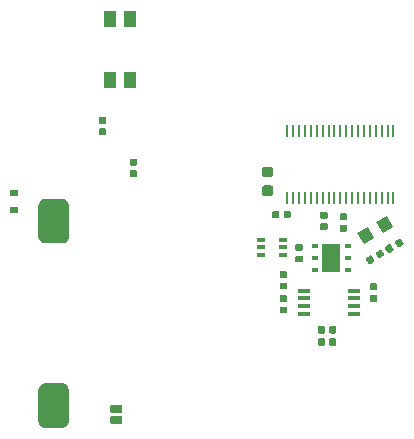
<source format=gbr>
%TF.GenerationSoftware,KiCad,Pcbnew,(5.1.5)-3*%
%TF.CreationDate,2021-08-29T15:34:29+01:00*%
%TF.ProjectId,HT07,48543037-2e6b-4696-9361-645f70636258,rev?*%
%TF.SameCoordinates,Original*%
%TF.FileFunction,Paste,Top*%
%TF.FilePolarity,Positive*%
%FSLAX46Y46*%
G04 Gerber Fmt 4.6, Leading zero omitted, Abs format (unit mm)*
G04 Created by KiCad (PCBNEW (5.1.5)-3) date 2021-08-29 15:34:29*
%MOMM*%
%LPD*%
G04 APERTURE LIST*
%ADD10R,0.600000X0.400000*%
%ADD11R,1.500000X2.400000*%
%ADD12C,0.100000*%
%ADD13R,1.000000X1.450000*%
%ADD14R,0.700000X0.600000*%
%ADD15R,0.650000X0.400000*%
%ADD16R,1.100000X0.400000*%
%ADD17R,0.285000X1.100000*%
G04 APERTURE END LIST*
D10*
X118843600Y-89773000D03*
X118843600Y-88773000D03*
X118843600Y-87773000D03*
X121643600Y-87773000D03*
X121643600Y-88773000D03*
X121643600Y-89773000D03*
D11*
X120243600Y-88773000D03*
D12*
G36*
X102375378Y-101205403D02*
G01*
X102393579Y-101208103D01*
X102411428Y-101212574D01*
X102428753Y-101218773D01*
X102445387Y-101226640D01*
X102461169Y-101236099D01*
X102475949Y-101247061D01*
X102489583Y-101259417D01*
X102501939Y-101273051D01*
X102512901Y-101287831D01*
X102522360Y-101303613D01*
X102530227Y-101320247D01*
X102536426Y-101337572D01*
X102540897Y-101355421D01*
X102543597Y-101373622D01*
X102544500Y-101392000D01*
X102544500Y-101767000D01*
X102543597Y-101785378D01*
X102540897Y-101803579D01*
X102536426Y-101821428D01*
X102530227Y-101838753D01*
X102522360Y-101855387D01*
X102512901Y-101871169D01*
X102501939Y-101885949D01*
X102489583Y-101899583D01*
X102475949Y-101911939D01*
X102461169Y-101922901D01*
X102445387Y-101932360D01*
X102428753Y-101940227D01*
X102411428Y-101946426D01*
X102393579Y-101950897D01*
X102375378Y-101953597D01*
X102357000Y-101954500D01*
X101732000Y-101954500D01*
X101713622Y-101953597D01*
X101695421Y-101950897D01*
X101677572Y-101946426D01*
X101660247Y-101940227D01*
X101643613Y-101932360D01*
X101627831Y-101922901D01*
X101613051Y-101911939D01*
X101599417Y-101899583D01*
X101587061Y-101885949D01*
X101576099Y-101871169D01*
X101566640Y-101855387D01*
X101558773Y-101838753D01*
X101552574Y-101821428D01*
X101548103Y-101803579D01*
X101545403Y-101785378D01*
X101544500Y-101767000D01*
X101544500Y-101392000D01*
X101545403Y-101373622D01*
X101548103Y-101355421D01*
X101552574Y-101337572D01*
X101558773Y-101320247D01*
X101566640Y-101303613D01*
X101576099Y-101287831D01*
X101587061Y-101273051D01*
X101599417Y-101259417D01*
X101613051Y-101247061D01*
X101627831Y-101236099D01*
X101643613Y-101226640D01*
X101660247Y-101218773D01*
X101677572Y-101212574D01*
X101695421Y-101208103D01*
X101713622Y-101205403D01*
X101732000Y-101204500D01*
X102357000Y-101204500D01*
X102375378Y-101205403D01*
G37*
G36*
X102375378Y-102135403D02*
G01*
X102393579Y-102138103D01*
X102411428Y-102142574D01*
X102428753Y-102148773D01*
X102445387Y-102156640D01*
X102461169Y-102166099D01*
X102475949Y-102177061D01*
X102489583Y-102189417D01*
X102501939Y-102203051D01*
X102512901Y-102217831D01*
X102522360Y-102233613D01*
X102530227Y-102250247D01*
X102536426Y-102267572D01*
X102540897Y-102285421D01*
X102543597Y-102303622D01*
X102544500Y-102322000D01*
X102544500Y-102697000D01*
X102543597Y-102715378D01*
X102540897Y-102733579D01*
X102536426Y-102751428D01*
X102530227Y-102768753D01*
X102522360Y-102785387D01*
X102512901Y-102801169D01*
X102501939Y-102815949D01*
X102489583Y-102829583D01*
X102475949Y-102841939D01*
X102461169Y-102852901D01*
X102445387Y-102862360D01*
X102428753Y-102870227D01*
X102411428Y-102876426D01*
X102393579Y-102880897D01*
X102375378Y-102883597D01*
X102357000Y-102884500D01*
X101732000Y-102884500D01*
X101713622Y-102883597D01*
X101695421Y-102880897D01*
X101677572Y-102876426D01*
X101660247Y-102870227D01*
X101643613Y-102862360D01*
X101627831Y-102852901D01*
X101613051Y-102841939D01*
X101599417Y-102829583D01*
X101587061Y-102815949D01*
X101576099Y-102801169D01*
X101566640Y-102785387D01*
X101558773Y-102768753D01*
X101552574Y-102751428D01*
X101548103Y-102733579D01*
X101545403Y-102715378D01*
X101544500Y-102697000D01*
X101544500Y-102322000D01*
X101545403Y-102303622D01*
X101548103Y-102285421D01*
X101552574Y-102267572D01*
X101558773Y-102250247D01*
X101566640Y-102233613D01*
X101576099Y-102217831D01*
X101587061Y-102203051D01*
X101599417Y-102189417D01*
X101613051Y-102177061D01*
X101627831Y-102166099D01*
X101643613Y-102156640D01*
X101660247Y-102148773D01*
X101677572Y-102142574D01*
X101695421Y-102138103D01*
X101713622Y-102135403D01*
X101732000Y-102134500D01*
X102357000Y-102134500D01*
X102375378Y-102135403D01*
G37*
D13*
X101512000Y-68545000D03*
X101512000Y-73695000D03*
X103212000Y-73695000D03*
X103212000Y-68545000D03*
D14*
X93400000Y-83300000D03*
X93400000Y-84700000D03*
D12*
G36*
X97471711Y-83765130D02*
G01*
X97534809Y-83774490D01*
X97596685Y-83789989D01*
X97656744Y-83811478D01*
X97714408Y-83838751D01*
X97769121Y-83871545D01*
X97820356Y-83909543D01*
X97867619Y-83952381D01*
X97910457Y-83999644D01*
X97948455Y-84050879D01*
X97981249Y-84105592D01*
X98008522Y-84163256D01*
X98030011Y-84223315D01*
X98045510Y-84285191D01*
X98054870Y-84348289D01*
X98058000Y-84412000D01*
X98058000Y-86912000D01*
X98054870Y-86975711D01*
X98045510Y-87038809D01*
X98030011Y-87100685D01*
X98008522Y-87160744D01*
X97981249Y-87218408D01*
X97948455Y-87273121D01*
X97910457Y-87324356D01*
X97867619Y-87371619D01*
X97820356Y-87414457D01*
X97769121Y-87452455D01*
X97714408Y-87485249D01*
X97656744Y-87512522D01*
X97596685Y-87534011D01*
X97534809Y-87549510D01*
X97471711Y-87558870D01*
X97408000Y-87562000D01*
X96108000Y-87562000D01*
X96044289Y-87558870D01*
X95981191Y-87549510D01*
X95919315Y-87534011D01*
X95859256Y-87512522D01*
X95801592Y-87485249D01*
X95746879Y-87452455D01*
X95695644Y-87414457D01*
X95648381Y-87371619D01*
X95605543Y-87324356D01*
X95567545Y-87273121D01*
X95534751Y-87218408D01*
X95507478Y-87160744D01*
X95485989Y-87100685D01*
X95470490Y-87038809D01*
X95461130Y-86975711D01*
X95458000Y-86912000D01*
X95458000Y-84412000D01*
X95461130Y-84348289D01*
X95470490Y-84285191D01*
X95485989Y-84223315D01*
X95507478Y-84163256D01*
X95534751Y-84105592D01*
X95567545Y-84050879D01*
X95605543Y-83999644D01*
X95648381Y-83952381D01*
X95695644Y-83909543D01*
X95746879Y-83871545D01*
X95801592Y-83838751D01*
X95859256Y-83811478D01*
X95919315Y-83789989D01*
X95981191Y-83774490D01*
X96044289Y-83765130D01*
X96108000Y-83762000D01*
X97408000Y-83762000D01*
X97471711Y-83765130D01*
G37*
G36*
X97471711Y-99385130D02*
G01*
X97534809Y-99394490D01*
X97596685Y-99409989D01*
X97656744Y-99431478D01*
X97714408Y-99458751D01*
X97769121Y-99491545D01*
X97820356Y-99529543D01*
X97867619Y-99572381D01*
X97910457Y-99619644D01*
X97948455Y-99670879D01*
X97981249Y-99725592D01*
X98008522Y-99783256D01*
X98030011Y-99843315D01*
X98045510Y-99905191D01*
X98054870Y-99968289D01*
X98058000Y-100032000D01*
X98058000Y-102532000D01*
X98054870Y-102595711D01*
X98045510Y-102658809D01*
X98030011Y-102720685D01*
X98008522Y-102780744D01*
X97981249Y-102838408D01*
X97948455Y-102893121D01*
X97910457Y-102944356D01*
X97867619Y-102991619D01*
X97820356Y-103034457D01*
X97769121Y-103072455D01*
X97714408Y-103105249D01*
X97656744Y-103132522D01*
X97596685Y-103154011D01*
X97534809Y-103169510D01*
X97471711Y-103178870D01*
X97408000Y-103182000D01*
X96108000Y-103182000D01*
X96044289Y-103178870D01*
X95981191Y-103169510D01*
X95919315Y-103154011D01*
X95859256Y-103132522D01*
X95801592Y-103105249D01*
X95746879Y-103072455D01*
X95695644Y-103034457D01*
X95648381Y-102991619D01*
X95605543Y-102944356D01*
X95567545Y-102893121D01*
X95534751Y-102838408D01*
X95507478Y-102780744D01*
X95485989Y-102720685D01*
X95470490Y-102658809D01*
X95461130Y-102595711D01*
X95458000Y-102532000D01*
X95458000Y-100032000D01*
X95461130Y-99968289D01*
X95470490Y-99905191D01*
X95485989Y-99843315D01*
X95507478Y-99783256D01*
X95534751Y-99725592D01*
X95567545Y-99670879D01*
X95605543Y-99619644D01*
X95648381Y-99572381D01*
X95695644Y-99529543D01*
X95746879Y-99491545D01*
X95801592Y-99458751D01*
X95859256Y-99431478D01*
X95919315Y-99409989D01*
X95981191Y-99394490D01*
X96044289Y-99385130D01*
X96108000Y-99382000D01*
X97408000Y-99382000D01*
X97471711Y-99385130D01*
G37*
G36*
X115149191Y-82651053D02*
G01*
X115170426Y-82654203D01*
X115191250Y-82659419D01*
X115211462Y-82666651D01*
X115230868Y-82675830D01*
X115249281Y-82686866D01*
X115266524Y-82699654D01*
X115282430Y-82714070D01*
X115296846Y-82729976D01*
X115309634Y-82747219D01*
X115320670Y-82765632D01*
X115329849Y-82785038D01*
X115337081Y-82805250D01*
X115342297Y-82826074D01*
X115345447Y-82847309D01*
X115346500Y-82868750D01*
X115346500Y-83306250D01*
X115345447Y-83327691D01*
X115342297Y-83348926D01*
X115337081Y-83369750D01*
X115329849Y-83389962D01*
X115320670Y-83409368D01*
X115309634Y-83427781D01*
X115296846Y-83445024D01*
X115282430Y-83460930D01*
X115266524Y-83475346D01*
X115249281Y-83488134D01*
X115230868Y-83499170D01*
X115211462Y-83508349D01*
X115191250Y-83515581D01*
X115170426Y-83520797D01*
X115149191Y-83523947D01*
X115127750Y-83525000D01*
X114615250Y-83525000D01*
X114593809Y-83523947D01*
X114572574Y-83520797D01*
X114551750Y-83515581D01*
X114531538Y-83508349D01*
X114512132Y-83499170D01*
X114493719Y-83488134D01*
X114476476Y-83475346D01*
X114460570Y-83460930D01*
X114446154Y-83445024D01*
X114433366Y-83427781D01*
X114422330Y-83409368D01*
X114413151Y-83389962D01*
X114405919Y-83369750D01*
X114400703Y-83348926D01*
X114397553Y-83327691D01*
X114396500Y-83306250D01*
X114396500Y-82868750D01*
X114397553Y-82847309D01*
X114400703Y-82826074D01*
X114405919Y-82805250D01*
X114413151Y-82785038D01*
X114422330Y-82765632D01*
X114433366Y-82747219D01*
X114446154Y-82729976D01*
X114460570Y-82714070D01*
X114476476Y-82699654D01*
X114493719Y-82686866D01*
X114512132Y-82675830D01*
X114531538Y-82666651D01*
X114551750Y-82659419D01*
X114572574Y-82654203D01*
X114593809Y-82651053D01*
X114615250Y-82650000D01*
X115127750Y-82650000D01*
X115149191Y-82651053D01*
G37*
G36*
X115149191Y-81076053D02*
G01*
X115170426Y-81079203D01*
X115191250Y-81084419D01*
X115211462Y-81091651D01*
X115230868Y-81100830D01*
X115249281Y-81111866D01*
X115266524Y-81124654D01*
X115282430Y-81139070D01*
X115296846Y-81154976D01*
X115309634Y-81172219D01*
X115320670Y-81190632D01*
X115329849Y-81210038D01*
X115337081Y-81230250D01*
X115342297Y-81251074D01*
X115345447Y-81272309D01*
X115346500Y-81293750D01*
X115346500Y-81731250D01*
X115345447Y-81752691D01*
X115342297Y-81773926D01*
X115337081Y-81794750D01*
X115329849Y-81814962D01*
X115320670Y-81834368D01*
X115309634Y-81852781D01*
X115296846Y-81870024D01*
X115282430Y-81885930D01*
X115266524Y-81900346D01*
X115249281Y-81913134D01*
X115230868Y-81924170D01*
X115211462Y-81933349D01*
X115191250Y-81940581D01*
X115170426Y-81945797D01*
X115149191Y-81948947D01*
X115127750Y-81950000D01*
X114615250Y-81950000D01*
X114593809Y-81948947D01*
X114572574Y-81945797D01*
X114551750Y-81940581D01*
X114531538Y-81933349D01*
X114512132Y-81924170D01*
X114493719Y-81913134D01*
X114476476Y-81900346D01*
X114460570Y-81885930D01*
X114446154Y-81870024D01*
X114433366Y-81852781D01*
X114422330Y-81834368D01*
X114413151Y-81814962D01*
X114405919Y-81794750D01*
X114400703Y-81773926D01*
X114397553Y-81752691D01*
X114396500Y-81731250D01*
X114396500Y-81293750D01*
X114397553Y-81272309D01*
X114400703Y-81251074D01*
X114405919Y-81230250D01*
X114413151Y-81210038D01*
X114422330Y-81190632D01*
X114433366Y-81172219D01*
X114446154Y-81154976D01*
X114460570Y-81139070D01*
X114476476Y-81124654D01*
X114493719Y-81111866D01*
X114512132Y-81100830D01*
X114531538Y-81091651D01*
X114551750Y-81084419D01*
X114572574Y-81079203D01*
X114593809Y-81076053D01*
X114615250Y-81075000D01*
X115127750Y-81075000D01*
X115149191Y-81076053D01*
G37*
D15*
X114300000Y-88534000D03*
X114300000Y-87234000D03*
X116200000Y-87884000D03*
X114300000Y-87884000D03*
X116200000Y-87234000D03*
X116200000Y-88534000D03*
D16*
X117915800Y-93517000D03*
X117915800Y-92867000D03*
X117915800Y-92217000D03*
X117915800Y-91567000D03*
X122215800Y-91567000D03*
X122215800Y-92217000D03*
X122215800Y-92867000D03*
X122215800Y-93517000D03*
D12*
G36*
X116391958Y-89898710D02*
G01*
X116406276Y-89900834D01*
X116420317Y-89904351D01*
X116433946Y-89909228D01*
X116447031Y-89915417D01*
X116459447Y-89922858D01*
X116471073Y-89931481D01*
X116481798Y-89941202D01*
X116491519Y-89951927D01*
X116500142Y-89963553D01*
X116507583Y-89975969D01*
X116513772Y-89989054D01*
X116518649Y-90002683D01*
X116522166Y-90016724D01*
X116524290Y-90031042D01*
X116525000Y-90045500D01*
X116525000Y-90340500D01*
X116524290Y-90354958D01*
X116522166Y-90369276D01*
X116518649Y-90383317D01*
X116513772Y-90396946D01*
X116507583Y-90410031D01*
X116500142Y-90422447D01*
X116491519Y-90434073D01*
X116481798Y-90444798D01*
X116471073Y-90454519D01*
X116459447Y-90463142D01*
X116447031Y-90470583D01*
X116433946Y-90476772D01*
X116420317Y-90481649D01*
X116406276Y-90485166D01*
X116391958Y-90487290D01*
X116377500Y-90488000D01*
X116032500Y-90488000D01*
X116018042Y-90487290D01*
X116003724Y-90485166D01*
X115989683Y-90481649D01*
X115976054Y-90476772D01*
X115962969Y-90470583D01*
X115950553Y-90463142D01*
X115938927Y-90454519D01*
X115928202Y-90444798D01*
X115918481Y-90434073D01*
X115909858Y-90422447D01*
X115902417Y-90410031D01*
X115896228Y-90396946D01*
X115891351Y-90383317D01*
X115887834Y-90369276D01*
X115885710Y-90354958D01*
X115885000Y-90340500D01*
X115885000Y-90045500D01*
X115885710Y-90031042D01*
X115887834Y-90016724D01*
X115891351Y-90002683D01*
X115896228Y-89989054D01*
X115902417Y-89975969D01*
X115909858Y-89963553D01*
X115918481Y-89951927D01*
X115928202Y-89941202D01*
X115938927Y-89931481D01*
X115950553Y-89922858D01*
X115962969Y-89915417D01*
X115976054Y-89909228D01*
X115989683Y-89904351D01*
X116003724Y-89900834D01*
X116018042Y-89898710D01*
X116032500Y-89898000D01*
X116377500Y-89898000D01*
X116391958Y-89898710D01*
G37*
G36*
X116391958Y-90868710D02*
G01*
X116406276Y-90870834D01*
X116420317Y-90874351D01*
X116433946Y-90879228D01*
X116447031Y-90885417D01*
X116459447Y-90892858D01*
X116471073Y-90901481D01*
X116481798Y-90911202D01*
X116491519Y-90921927D01*
X116500142Y-90933553D01*
X116507583Y-90945969D01*
X116513772Y-90959054D01*
X116518649Y-90972683D01*
X116522166Y-90986724D01*
X116524290Y-91001042D01*
X116525000Y-91015500D01*
X116525000Y-91310500D01*
X116524290Y-91324958D01*
X116522166Y-91339276D01*
X116518649Y-91353317D01*
X116513772Y-91366946D01*
X116507583Y-91380031D01*
X116500142Y-91392447D01*
X116491519Y-91404073D01*
X116481798Y-91414798D01*
X116471073Y-91424519D01*
X116459447Y-91433142D01*
X116447031Y-91440583D01*
X116433946Y-91446772D01*
X116420317Y-91451649D01*
X116406276Y-91455166D01*
X116391958Y-91457290D01*
X116377500Y-91458000D01*
X116032500Y-91458000D01*
X116018042Y-91457290D01*
X116003724Y-91455166D01*
X115989683Y-91451649D01*
X115976054Y-91446772D01*
X115962969Y-91440583D01*
X115950553Y-91433142D01*
X115938927Y-91424519D01*
X115928202Y-91414798D01*
X115918481Y-91404073D01*
X115909858Y-91392447D01*
X115902417Y-91380031D01*
X115896228Y-91366946D01*
X115891351Y-91353317D01*
X115887834Y-91339276D01*
X115885710Y-91324958D01*
X115885000Y-91310500D01*
X115885000Y-91015500D01*
X115885710Y-91001042D01*
X115887834Y-90986724D01*
X115891351Y-90972683D01*
X115896228Y-90959054D01*
X115902417Y-90945969D01*
X115909858Y-90933553D01*
X115918481Y-90921927D01*
X115928202Y-90911202D01*
X115938927Y-90901481D01*
X115950553Y-90892858D01*
X115962969Y-90885417D01*
X115976054Y-90879228D01*
X115989683Y-90874351D01*
X116003724Y-90870834D01*
X116018042Y-90868710D01*
X116032500Y-90868000D01*
X116377500Y-90868000D01*
X116391958Y-90868710D01*
G37*
G36*
X124024658Y-90952810D02*
G01*
X124038976Y-90954934D01*
X124053017Y-90958451D01*
X124066646Y-90963328D01*
X124079731Y-90969517D01*
X124092147Y-90976958D01*
X124103773Y-90985581D01*
X124114498Y-90995302D01*
X124124219Y-91006027D01*
X124132842Y-91017653D01*
X124140283Y-91030069D01*
X124146472Y-91043154D01*
X124151349Y-91056783D01*
X124154866Y-91070824D01*
X124156990Y-91085142D01*
X124157700Y-91099600D01*
X124157700Y-91394600D01*
X124156990Y-91409058D01*
X124154866Y-91423376D01*
X124151349Y-91437417D01*
X124146472Y-91451046D01*
X124140283Y-91464131D01*
X124132842Y-91476547D01*
X124124219Y-91488173D01*
X124114498Y-91498898D01*
X124103773Y-91508619D01*
X124092147Y-91517242D01*
X124079731Y-91524683D01*
X124066646Y-91530872D01*
X124053017Y-91535749D01*
X124038976Y-91539266D01*
X124024658Y-91541390D01*
X124010200Y-91542100D01*
X123665200Y-91542100D01*
X123650742Y-91541390D01*
X123636424Y-91539266D01*
X123622383Y-91535749D01*
X123608754Y-91530872D01*
X123595669Y-91524683D01*
X123583253Y-91517242D01*
X123571627Y-91508619D01*
X123560902Y-91498898D01*
X123551181Y-91488173D01*
X123542558Y-91476547D01*
X123535117Y-91464131D01*
X123528928Y-91451046D01*
X123524051Y-91437417D01*
X123520534Y-91423376D01*
X123518410Y-91409058D01*
X123517700Y-91394600D01*
X123517700Y-91099600D01*
X123518410Y-91085142D01*
X123520534Y-91070824D01*
X123524051Y-91056783D01*
X123528928Y-91043154D01*
X123535117Y-91030069D01*
X123542558Y-91017653D01*
X123551181Y-91006027D01*
X123560902Y-90995302D01*
X123571627Y-90985581D01*
X123583253Y-90976958D01*
X123595669Y-90969517D01*
X123608754Y-90963328D01*
X123622383Y-90958451D01*
X123636424Y-90954934D01*
X123650742Y-90952810D01*
X123665200Y-90952100D01*
X124010200Y-90952100D01*
X124024658Y-90952810D01*
G37*
G36*
X124024658Y-91922810D02*
G01*
X124038976Y-91924934D01*
X124053017Y-91928451D01*
X124066646Y-91933328D01*
X124079731Y-91939517D01*
X124092147Y-91946958D01*
X124103773Y-91955581D01*
X124114498Y-91965302D01*
X124124219Y-91976027D01*
X124132842Y-91987653D01*
X124140283Y-92000069D01*
X124146472Y-92013154D01*
X124151349Y-92026783D01*
X124154866Y-92040824D01*
X124156990Y-92055142D01*
X124157700Y-92069600D01*
X124157700Y-92364600D01*
X124156990Y-92379058D01*
X124154866Y-92393376D01*
X124151349Y-92407417D01*
X124146472Y-92421046D01*
X124140283Y-92434131D01*
X124132842Y-92446547D01*
X124124219Y-92458173D01*
X124114498Y-92468898D01*
X124103773Y-92478619D01*
X124092147Y-92487242D01*
X124079731Y-92494683D01*
X124066646Y-92500872D01*
X124053017Y-92505749D01*
X124038976Y-92509266D01*
X124024658Y-92511390D01*
X124010200Y-92512100D01*
X123665200Y-92512100D01*
X123650742Y-92511390D01*
X123636424Y-92509266D01*
X123622383Y-92505749D01*
X123608754Y-92500872D01*
X123595669Y-92494683D01*
X123583253Y-92487242D01*
X123571627Y-92478619D01*
X123560902Y-92468898D01*
X123551181Y-92458173D01*
X123542558Y-92446547D01*
X123535117Y-92434131D01*
X123528928Y-92421046D01*
X123524051Y-92407417D01*
X123520534Y-92393376D01*
X123518410Y-92379058D01*
X123517700Y-92364600D01*
X123517700Y-92069600D01*
X123518410Y-92055142D01*
X123520534Y-92040824D01*
X123524051Y-92026783D01*
X123528928Y-92013154D01*
X123535117Y-92000069D01*
X123542558Y-91987653D01*
X123551181Y-91976027D01*
X123560902Y-91965302D01*
X123571627Y-91955581D01*
X123583253Y-91946958D01*
X123595669Y-91939517D01*
X123608754Y-91933328D01*
X123622383Y-91928451D01*
X123636424Y-91924934D01*
X123650742Y-91922810D01*
X123665200Y-91922100D01*
X124010200Y-91922100D01*
X124024658Y-91922810D01*
G37*
G36*
X115716858Y-84808810D02*
G01*
X115731176Y-84810934D01*
X115745217Y-84814451D01*
X115758846Y-84819328D01*
X115771931Y-84825517D01*
X115784347Y-84832958D01*
X115795973Y-84841581D01*
X115806698Y-84851302D01*
X115816419Y-84862027D01*
X115825042Y-84873653D01*
X115832483Y-84886069D01*
X115838672Y-84899154D01*
X115843549Y-84912783D01*
X115847066Y-84926824D01*
X115849190Y-84941142D01*
X115849900Y-84955600D01*
X115849900Y-85300600D01*
X115849190Y-85315058D01*
X115847066Y-85329376D01*
X115843549Y-85343417D01*
X115838672Y-85357046D01*
X115832483Y-85370131D01*
X115825042Y-85382547D01*
X115816419Y-85394173D01*
X115806698Y-85404898D01*
X115795973Y-85414619D01*
X115784347Y-85423242D01*
X115771931Y-85430683D01*
X115758846Y-85436872D01*
X115745217Y-85441749D01*
X115731176Y-85445266D01*
X115716858Y-85447390D01*
X115702400Y-85448100D01*
X115407400Y-85448100D01*
X115392942Y-85447390D01*
X115378624Y-85445266D01*
X115364583Y-85441749D01*
X115350954Y-85436872D01*
X115337869Y-85430683D01*
X115325453Y-85423242D01*
X115313827Y-85414619D01*
X115303102Y-85404898D01*
X115293381Y-85394173D01*
X115284758Y-85382547D01*
X115277317Y-85370131D01*
X115271128Y-85357046D01*
X115266251Y-85343417D01*
X115262734Y-85329376D01*
X115260610Y-85315058D01*
X115259900Y-85300600D01*
X115259900Y-84955600D01*
X115260610Y-84941142D01*
X115262734Y-84926824D01*
X115266251Y-84912783D01*
X115271128Y-84899154D01*
X115277317Y-84886069D01*
X115284758Y-84873653D01*
X115293381Y-84862027D01*
X115303102Y-84851302D01*
X115313827Y-84841581D01*
X115325453Y-84832958D01*
X115337869Y-84825517D01*
X115350954Y-84819328D01*
X115364583Y-84814451D01*
X115378624Y-84810934D01*
X115392942Y-84808810D01*
X115407400Y-84808100D01*
X115702400Y-84808100D01*
X115716858Y-84808810D01*
G37*
G36*
X116686858Y-84808810D02*
G01*
X116701176Y-84810934D01*
X116715217Y-84814451D01*
X116728846Y-84819328D01*
X116741931Y-84825517D01*
X116754347Y-84832958D01*
X116765973Y-84841581D01*
X116776698Y-84851302D01*
X116786419Y-84862027D01*
X116795042Y-84873653D01*
X116802483Y-84886069D01*
X116808672Y-84899154D01*
X116813549Y-84912783D01*
X116817066Y-84926824D01*
X116819190Y-84941142D01*
X116819900Y-84955600D01*
X116819900Y-85300600D01*
X116819190Y-85315058D01*
X116817066Y-85329376D01*
X116813549Y-85343417D01*
X116808672Y-85357046D01*
X116802483Y-85370131D01*
X116795042Y-85382547D01*
X116786419Y-85394173D01*
X116776698Y-85404898D01*
X116765973Y-85414619D01*
X116754347Y-85423242D01*
X116741931Y-85430683D01*
X116728846Y-85436872D01*
X116715217Y-85441749D01*
X116701176Y-85445266D01*
X116686858Y-85447390D01*
X116672400Y-85448100D01*
X116377400Y-85448100D01*
X116362942Y-85447390D01*
X116348624Y-85445266D01*
X116334583Y-85441749D01*
X116320954Y-85436872D01*
X116307869Y-85430683D01*
X116295453Y-85423242D01*
X116283827Y-85414619D01*
X116273102Y-85404898D01*
X116263381Y-85394173D01*
X116254758Y-85382547D01*
X116247317Y-85370131D01*
X116241128Y-85357046D01*
X116236251Y-85343417D01*
X116232734Y-85329376D01*
X116230610Y-85315058D01*
X116229900Y-85300600D01*
X116229900Y-84955600D01*
X116230610Y-84941142D01*
X116232734Y-84926824D01*
X116236251Y-84912783D01*
X116241128Y-84899154D01*
X116247317Y-84886069D01*
X116254758Y-84873653D01*
X116263381Y-84862027D01*
X116273102Y-84851302D01*
X116283827Y-84841581D01*
X116295453Y-84832958D01*
X116307869Y-84825517D01*
X116320954Y-84819328D01*
X116334583Y-84814451D01*
X116348624Y-84810934D01*
X116362942Y-84808810D01*
X116377400Y-84808100D01*
X116672400Y-84808100D01*
X116686858Y-84808810D01*
G37*
G36*
X103691958Y-80373710D02*
G01*
X103706276Y-80375834D01*
X103720317Y-80379351D01*
X103733946Y-80384228D01*
X103747031Y-80390417D01*
X103759447Y-80397858D01*
X103771073Y-80406481D01*
X103781798Y-80416202D01*
X103791519Y-80426927D01*
X103800142Y-80438553D01*
X103807583Y-80450969D01*
X103813772Y-80464054D01*
X103818649Y-80477683D01*
X103822166Y-80491724D01*
X103824290Y-80506042D01*
X103825000Y-80520500D01*
X103825000Y-80815500D01*
X103824290Y-80829958D01*
X103822166Y-80844276D01*
X103818649Y-80858317D01*
X103813772Y-80871946D01*
X103807583Y-80885031D01*
X103800142Y-80897447D01*
X103791519Y-80909073D01*
X103781798Y-80919798D01*
X103771073Y-80929519D01*
X103759447Y-80938142D01*
X103747031Y-80945583D01*
X103733946Y-80951772D01*
X103720317Y-80956649D01*
X103706276Y-80960166D01*
X103691958Y-80962290D01*
X103677500Y-80963000D01*
X103332500Y-80963000D01*
X103318042Y-80962290D01*
X103303724Y-80960166D01*
X103289683Y-80956649D01*
X103276054Y-80951772D01*
X103262969Y-80945583D01*
X103250553Y-80938142D01*
X103238927Y-80929519D01*
X103228202Y-80919798D01*
X103218481Y-80909073D01*
X103209858Y-80897447D01*
X103202417Y-80885031D01*
X103196228Y-80871946D01*
X103191351Y-80858317D01*
X103187834Y-80844276D01*
X103185710Y-80829958D01*
X103185000Y-80815500D01*
X103185000Y-80520500D01*
X103185710Y-80506042D01*
X103187834Y-80491724D01*
X103191351Y-80477683D01*
X103196228Y-80464054D01*
X103202417Y-80450969D01*
X103209858Y-80438553D01*
X103218481Y-80426927D01*
X103228202Y-80416202D01*
X103238927Y-80406481D01*
X103250553Y-80397858D01*
X103262969Y-80390417D01*
X103276054Y-80384228D01*
X103289683Y-80379351D01*
X103303724Y-80375834D01*
X103318042Y-80373710D01*
X103332500Y-80373000D01*
X103677500Y-80373000D01*
X103691958Y-80373710D01*
G37*
G36*
X103691958Y-81343710D02*
G01*
X103706276Y-81345834D01*
X103720317Y-81349351D01*
X103733946Y-81354228D01*
X103747031Y-81360417D01*
X103759447Y-81367858D01*
X103771073Y-81376481D01*
X103781798Y-81386202D01*
X103791519Y-81396927D01*
X103800142Y-81408553D01*
X103807583Y-81420969D01*
X103813772Y-81434054D01*
X103818649Y-81447683D01*
X103822166Y-81461724D01*
X103824290Y-81476042D01*
X103825000Y-81490500D01*
X103825000Y-81785500D01*
X103824290Y-81799958D01*
X103822166Y-81814276D01*
X103818649Y-81828317D01*
X103813772Y-81841946D01*
X103807583Y-81855031D01*
X103800142Y-81867447D01*
X103791519Y-81879073D01*
X103781798Y-81889798D01*
X103771073Y-81899519D01*
X103759447Y-81908142D01*
X103747031Y-81915583D01*
X103733946Y-81921772D01*
X103720317Y-81926649D01*
X103706276Y-81930166D01*
X103691958Y-81932290D01*
X103677500Y-81933000D01*
X103332500Y-81933000D01*
X103318042Y-81932290D01*
X103303724Y-81930166D01*
X103289683Y-81926649D01*
X103276054Y-81921772D01*
X103262969Y-81915583D01*
X103250553Y-81908142D01*
X103238927Y-81899519D01*
X103228202Y-81889798D01*
X103218481Y-81879073D01*
X103209858Y-81867447D01*
X103202417Y-81855031D01*
X103196228Y-81841946D01*
X103191351Y-81828317D01*
X103187834Y-81814276D01*
X103185710Y-81799958D01*
X103185000Y-81785500D01*
X103185000Y-81490500D01*
X103185710Y-81476042D01*
X103187834Y-81461724D01*
X103191351Y-81447683D01*
X103196228Y-81434054D01*
X103202417Y-81420969D01*
X103209858Y-81408553D01*
X103218481Y-81396927D01*
X103228202Y-81386202D01*
X103238927Y-81376481D01*
X103250553Y-81367858D01*
X103262969Y-81360417D01*
X103276054Y-81354228D01*
X103289683Y-81349351D01*
X103303724Y-81345834D01*
X103318042Y-81343710D01*
X103332500Y-81343000D01*
X103677500Y-81343000D01*
X103691958Y-81343710D01*
G37*
G36*
X101088458Y-77813110D02*
G01*
X101102776Y-77815234D01*
X101116817Y-77818751D01*
X101130446Y-77823628D01*
X101143531Y-77829817D01*
X101155947Y-77837258D01*
X101167573Y-77845881D01*
X101178298Y-77855602D01*
X101188019Y-77866327D01*
X101196642Y-77877953D01*
X101204083Y-77890369D01*
X101210272Y-77903454D01*
X101215149Y-77917083D01*
X101218666Y-77931124D01*
X101220790Y-77945442D01*
X101221500Y-77959900D01*
X101221500Y-78254900D01*
X101220790Y-78269358D01*
X101218666Y-78283676D01*
X101215149Y-78297717D01*
X101210272Y-78311346D01*
X101204083Y-78324431D01*
X101196642Y-78336847D01*
X101188019Y-78348473D01*
X101178298Y-78359198D01*
X101167573Y-78368919D01*
X101155947Y-78377542D01*
X101143531Y-78384983D01*
X101130446Y-78391172D01*
X101116817Y-78396049D01*
X101102776Y-78399566D01*
X101088458Y-78401690D01*
X101074000Y-78402400D01*
X100729000Y-78402400D01*
X100714542Y-78401690D01*
X100700224Y-78399566D01*
X100686183Y-78396049D01*
X100672554Y-78391172D01*
X100659469Y-78384983D01*
X100647053Y-78377542D01*
X100635427Y-78368919D01*
X100624702Y-78359198D01*
X100614981Y-78348473D01*
X100606358Y-78336847D01*
X100598917Y-78324431D01*
X100592728Y-78311346D01*
X100587851Y-78297717D01*
X100584334Y-78283676D01*
X100582210Y-78269358D01*
X100581500Y-78254900D01*
X100581500Y-77959900D01*
X100582210Y-77945442D01*
X100584334Y-77931124D01*
X100587851Y-77917083D01*
X100592728Y-77903454D01*
X100598917Y-77890369D01*
X100606358Y-77877953D01*
X100614981Y-77866327D01*
X100624702Y-77855602D01*
X100635427Y-77845881D01*
X100647053Y-77837258D01*
X100659469Y-77829817D01*
X100672554Y-77823628D01*
X100686183Y-77818751D01*
X100700224Y-77815234D01*
X100714542Y-77813110D01*
X100729000Y-77812400D01*
X101074000Y-77812400D01*
X101088458Y-77813110D01*
G37*
G36*
X101088458Y-76843110D02*
G01*
X101102776Y-76845234D01*
X101116817Y-76848751D01*
X101130446Y-76853628D01*
X101143531Y-76859817D01*
X101155947Y-76867258D01*
X101167573Y-76875881D01*
X101178298Y-76885602D01*
X101188019Y-76896327D01*
X101196642Y-76907953D01*
X101204083Y-76920369D01*
X101210272Y-76933454D01*
X101215149Y-76947083D01*
X101218666Y-76961124D01*
X101220790Y-76975442D01*
X101221500Y-76989900D01*
X101221500Y-77284900D01*
X101220790Y-77299358D01*
X101218666Y-77313676D01*
X101215149Y-77327717D01*
X101210272Y-77341346D01*
X101204083Y-77354431D01*
X101196642Y-77366847D01*
X101188019Y-77378473D01*
X101178298Y-77389198D01*
X101167573Y-77398919D01*
X101155947Y-77407542D01*
X101143531Y-77414983D01*
X101130446Y-77421172D01*
X101116817Y-77426049D01*
X101102776Y-77429566D01*
X101088458Y-77431690D01*
X101074000Y-77432400D01*
X100729000Y-77432400D01*
X100714542Y-77431690D01*
X100700224Y-77429566D01*
X100686183Y-77426049D01*
X100672554Y-77421172D01*
X100659469Y-77414983D01*
X100647053Y-77407542D01*
X100635427Y-77398919D01*
X100624702Y-77389198D01*
X100614981Y-77378473D01*
X100606358Y-77366847D01*
X100598917Y-77354431D01*
X100592728Y-77341346D01*
X100587851Y-77327717D01*
X100584334Y-77313676D01*
X100582210Y-77299358D01*
X100581500Y-77284900D01*
X100581500Y-76989900D01*
X100582210Y-76975442D01*
X100584334Y-76961124D01*
X100587851Y-76947083D01*
X100592728Y-76933454D01*
X100598917Y-76920369D01*
X100606358Y-76907953D01*
X100614981Y-76896327D01*
X100624702Y-76885602D01*
X100635427Y-76875881D01*
X100647053Y-76867258D01*
X100659469Y-76859817D01*
X100672554Y-76853628D01*
X100686183Y-76848751D01*
X100700224Y-76845234D01*
X100714542Y-76843110D01*
X100729000Y-76842400D01*
X101074000Y-76842400D01*
X101088458Y-76843110D01*
G37*
G36*
X119820958Y-84872050D02*
G01*
X119835276Y-84874174D01*
X119849317Y-84877691D01*
X119862946Y-84882568D01*
X119876031Y-84888757D01*
X119888447Y-84896198D01*
X119900073Y-84904821D01*
X119910798Y-84914542D01*
X119920519Y-84925267D01*
X119929142Y-84936893D01*
X119936583Y-84949309D01*
X119942772Y-84962394D01*
X119947649Y-84976023D01*
X119951166Y-84990064D01*
X119953290Y-85004382D01*
X119954000Y-85018840D01*
X119954000Y-85313840D01*
X119953290Y-85328298D01*
X119951166Y-85342616D01*
X119947649Y-85356657D01*
X119942772Y-85370286D01*
X119936583Y-85383371D01*
X119929142Y-85395787D01*
X119920519Y-85407413D01*
X119910798Y-85418138D01*
X119900073Y-85427859D01*
X119888447Y-85436482D01*
X119876031Y-85443923D01*
X119862946Y-85450112D01*
X119849317Y-85454989D01*
X119835276Y-85458506D01*
X119820958Y-85460630D01*
X119806500Y-85461340D01*
X119461500Y-85461340D01*
X119447042Y-85460630D01*
X119432724Y-85458506D01*
X119418683Y-85454989D01*
X119405054Y-85450112D01*
X119391969Y-85443923D01*
X119379553Y-85436482D01*
X119367927Y-85427859D01*
X119357202Y-85418138D01*
X119347481Y-85407413D01*
X119338858Y-85395787D01*
X119331417Y-85383371D01*
X119325228Y-85370286D01*
X119320351Y-85356657D01*
X119316834Y-85342616D01*
X119314710Y-85328298D01*
X119314000Y-85313840D01*
X119314000Y-85018840D01*
X119314710Y-85004382D01*
X119316834Y-84990064D01*
X119320351Y-84976023D01*
X119325228Y-84962394D01*
X119331417Y-84949309D01*
X119338858Y-84936893D01*
X119347481Y-84925267D01*
X119357202Y-84914542D01*
X119367927Y-84904821D01*
X119379553Y-84896198D01*
X119391969Y-84888757D01*
X119405054Y-84882568D01*
X119418683Y-84877691D01*
X119432724Y-84874174D01*
X119447042Y-84872050D01*
X119461500Y-84871340D01*
X119806500Y-84871340D01*
X119820958Y-84872050D01*
G37*
G36*
X119820958Y-85842050D02*
G01*
X119835276Y-85844174D01*
X119849317Y-85847691D01*
X119862946Y-85852568D01*
X119876031Y-85858757D01*
X119888447Y-85866198D01*
X119900073Y-85874821D01*
X119910798Y-85884542D01*
X119920519Y-85895267D01*
X119929142Y-85906893D01*
X119936583Y-85919309D01*
X119942772Y-85932394D01*
X119947649Y-85946023D01*
X119951166Y-85960064D01*
X119953290Y-85974382D01*
X119954000Y-85988840D01*
X119954000Y-86283840D01*
X119953290Y-86298298D01*
X119951166Y-86312616D01*
X119947649Y-86326657D01*
X119942772Y-86340286D01*
X119936583Y-86353371D01*
X119929142Y-86365787D01*
X119920519Y-86377413D01*
X119910798Y-86388138D01*
X119900073Y-86397859D01*
X119888447Y-86406482D01*
X119876031Y-86413923D01*
X119862946Y-86420112D01*
X119849317Y-86424989D01*
X119835276Y-86428506D01*
X119820958Y-86430630D01*
X119806500Y-86431340D01*
X119461500Y-86431340D01*
X119447042Y-86430630D01*
X119432724Y-86428506D01*
X119418683Y-86424989D01*
X119405054Y-86420112D01*
X119391969Y-86413923D01*
X119379553Y-86406482D01*
X119367927Y-86397859D01*
X119357202Y-86388138D01*
X119347481Y-86377413D01*
X119338858Y-86365787D01*
X119331417Y-86353371D01*
X119325228Y-86340286D01*
X119320351Y-86326657D01*
X119316834Y-86312616D01*
X119314710Y-86298298D01*
X119314000Y-86283840D01*
X119314000Y-85988840D01*
X119314710Y-85974382D01*
X119316834Y-85960064D01*
X119320351Y-85946023D01*
X119325228Y-85932394D01*
X119331417Y-85919309D01*
X119338858Y-85906893D01*
X119347481Y-85895267D01*
X119357202Y-85884542D01*
X119367927Y-85874821D01*
X119379553Y-85866198D01*
X119391969Y-85858757D01*
X119405054Y-85852568D01*
X119418683Y-85847691D01*
X119432724Y-85844174D01*
X119447042Y-85842050D01*
X119461500Y-85841340D01*
X119806500Y-85841340D01*
X119820958Y-85842050D01*
G37*
G36*
X121471958Y-85009210D02*
G01*
X121486276Y-85011334D01*
X121500317Y-85014851D01*
X121513946Y-85019728D01*
X121527031Y-85025917D01*
X121539447Y-85033358D01*
X121551073Y-85041981D01*
X121561798Y-85051702D01*
X121571519Y-85062427D01*
X121580142Y-85074053D01*
X121587583Y-85086469D01*
X121593772Y-85099554D01*
X121598649Y-85113183D01*
X121602166Y-85127224D01*
X121604290Y-85141542D01*
X121605000Y-85156000D01*
X121605000Y-85451000D01*
X121604290Y-85465458D01*
X121602166Y-85479776D01*
X121598649Y-85493817D01*
X121593772Y-85507446D01*
X121587583Y-85520531D01*
X121580142Y-85532947D01*
X121571519Y-85544573D01*
X121561798Y-85555298D01*
X121551073Y-85565019D01*
X121539447Y-85573642D01*
X121527031Y-85581083D01*
X121513946Y-85587272D01*
X121500317Y-85592149D01*
X121486276Y-85595666D01*
X121471958Y-85597790D01*
X121457500Y-85598500D01*
X121112500Y-85598500D01*
X121098042Y-85597790D01*
X121083724Y-85595666D01*
X121069683Y-85592149D01*
X121056054Y-85587272D01*
X121042969Y-85581083D01*
X121030553Y-85573642D01*
X121018927Y-85565019D01*
X121008202Y-85555298D01*
X120998481Y-85544573D01*
X120989858Y-85532947D01*
X120982417Y-85520531D01*
X120976228Y-85507446D01*
X120971351Y-85493817D01*
X120967834Y-85479776D01*
X120965710Y-85465458D01*
X120965000Y-85451000D01*
X120965000Y-85156000D01*
X120965710Y-85141542D01*
X120967834Y-85127224D01*
X120971351Y-85113183D01*
X120976228Y-85099554D01*
X120982417Y-85086469D01*
X120989858Y-85074053D01*
X120998481Y-85062427D01*
X121008202Y-85051702D01*
X121018927Y-85041981D01*
X121030553Y-85033358D01*
X121042969Y-85025917D01*
X121056054Y-85019728D01*
X121069683Y-85014851D01*
X121083724Y-85011334D01*
X121098042Y-85009210D01*
X121112500Y-85008500D01*
X121457500Y-85008500D01*
X121471958Y-85009210D01*
G37*
G36*
X121471958Y-85979210D02*
G01*
X121486276Y-85981334D01*
X121500317Y-85984851D01*
X121513946Y-85989728D01*
X121527031Y-85995917D01*
X121539447Y-86003358D01*
X121551073Y-86011981D01*
X121561798Y-86021702D01*
X121571519Y-86032427D01*
X121580142Y-86044053D01*
X121587583Y-86056469D01*
X121593772Y-86069554D01*
X121598649Y-86083183D01*
X121602166Y-86097224D01*
X121604290Y-86111542D01*
X121605000Y-86126000D01*
X121605000Y-86421000D01*
X121604290Y-86435458D01*
X121602166Y-86449776D01*
X121598649Y-86463817D01*
X121593772Y-86477446D01*
X121587583Y-86490531D01*
X121580142Y-86502947D01*
X121571519Y-86514573D01*
X121561798Y-86525298D01*
X121551073Y-86535019D01*
X121539447Y-86543642D01*
X121527031Y-86551083D01*
X121513946Y-86557272D01*
X121500317Y-86562149D01*
X121486276Y-86565666D01*
X121471958Y-86567790D01*
X121457500Y-86568500D01*
X121112500Y-86568500D01*
X121098042Y-86567790D01*
X121083724Y-86565666D01*
X121069683Y-86562149D01*
X121056054Y-86557272D01*
X121042969Y-86551083D01*
X121030553Y-86543642D01*
X121018927Y-86535019D01*
X121008202Y-86525298D01*
X120998481Y-86514573D01*
X120989858Y-86502947D01*
X120982417Y-86490531D01*
X120976228Y-86477446D01*
X120971351Y-86463817D01*
X120967834Y-86449776D01*
X120965710Y-86435458D01*
X120965000Y-86421000D01*
X120965000Y-86126000D01*
X120965710Y-86111542D01*
X120967834Y-86097224D01*
X120971351Y-86083183D01*
X120976228Y-86069554D01*
X120982417Y-86056469D01*
X120989858Y-86044053D01*
X120998481Y-86032427D01*
X121008202Y-86021702D01*
X121018927Y-86011981D01*
X121030553Y-86003358D01*
X121042969Y-85995917D01*
X121056054Y-85989728D01*
X121069683Y-85984851D01*
X121083724Y-85981334D01*
X121098042Y-85979210D01*
X121112500Y-85978500D01*
X121457500Y-85978500D01*
X121471958Y-85979210D01*
G37*
G36*
X123607592Y-88570177D02*
G01*
X123621972Y-88571831D01*
X123636121Y-88574887D01*
X123649902Y-88579315D01*
X123663183Y-88585072D01*
X123675835Y-88592104D01*
X123687737Y-88600341D01*
X123698775Y-88609706D01*
X123708841Y-88620108D01*
X123717840Y-88631446D01*
X123725684Y-88643611D01*
X123898184Y-88942389D01*
X123904797Y-88955265D01*
X123910117Y-88968727D01*
X123914092Y-88982645D01*
X123916683Y-88996886D01*
X123917866Y-89011313D01*
X123917629Y-89025786D01*
X123915975Y-89040166D01*
X123912919Y-89054315D01*
X123908491Y-89068096D01*
X123902734Y-89081376D01*
X123895702Y-89094029D01*
X123887465Y-89105931D01*
X123878100Y-89116969D01*
X123867699Y-89127035D01*
X123856361Y-89136034D01*
X123844195Y-89143878D01*
X123588717Y-89291378D01*
X123575841Y-89297991D01*
X123562379Y-89303311D01*
X123548461Y-89307286D01*
X123534219Y-89309877D01*
X123519793Y-89311060D01*
X123505320Y-89310823D01*
X123490940Y-89309169D01*
X123476791Y-89306113D01*
X123463010Y-89301685D01*
X123449729Y-89295928D01*
X123437077Y-89288896D01*
X123425175Y-89280659D01*
X123414137Y-89271294D01*
X123404071Y-89260892D01*
X123395072Y-89249554D01*
X123387228Y-89237389D01*
X123214728Y-88938611D01*
X123208115Y-88925735D01*
X123202795Y-88912273D01*
X123198820Y-88898355D01*
X123196229Y-88884114D01*
X123195046Y-88869687D01*
X123195283Y-88855214D01*
X123196937Y-88840834D01*
X123199993Y-88826685D01*
X123204421Y-88812904D01*
X123210178Y-88799624D01*
X123217210Y-88786971D01*
X123225447Y-88775069D01*
X123234812Y-88764031D01*
X123245213Y-88753965D01*
X123256551Y-88744966D01*
X123268717Y-88737122D01*
X123524195Y-88589622D01*
X123537071Y-88583009D01*
X123550533Y-88577689D01*
X123564451Y-88573714D01*
X123578693Y-88571123D01*
X123593119Y-88569940D01*
X123607592Y-88570177D01*
G37*
G36*
X124447636Y-88085177D02*
G01*
X124462016Y-88086831D01*
X124476165Y-88089887D01*
X124489946Y-88094315D01*
X124503227Y-88100072D01*
X124515879Y-88107104D01*
X124527781Y-88115341D01*
X124538819Y-88124706D01*
X124548885Y-88135108D01*
X124557884Y-88146446D01*
X124565728Y-88158611D01*
X124738228Y-88457389D01*
X124744841Y-88470265D01*
X124750161Y-88483727D01*
X124754136Y-88497645D01*
X124756727Y-88511886D01*
X124757910Y-88526313D01*
X124757673Y-88540786D01*
X124756019Y-88555166D01*
X124752963Y-88569315D01*
X124748535Y-88583096D01*
X124742778Y-88596376D01*
X124735746Y-88609029D01*
X124727509Y-88620931D01*
X124718144Y-88631969D01*
X124707743Y-88642035D01*
X124696405Y-88651034D01*
X124684239Y-88658878D01*
X124428761Y-88806378D01*
X124415885Y-88812991D01*
X124402423Y-88818311D01*
X124388505Y-88822286D01*
X124374263Y-88824877D01*
X124359837Y-88826060D01*
X124345364Y-88825823D01*
X124330984Y-88824169D01*
X124316835Y-88821113D01*
X124303054Y-88816685D01*
X124289773Y-88810928D01*
X124277121Y-88803896D01*
X124265219Y-88795659D01*
X124254181Y-88786294D01*
X124244115Y-88775892D01*
X124235116Y-88764554D01*
X124227272Y-88752389D01*
X124054772Y-88453611D01*
X124048159Y-88440735D01*
X124042839Y-88427273D01*
X124038864Y-88413355D01*
X124036273Y-88399114D01*
X124035090Y-88384687D01*
X124035327Y-88370214D01*
X124036981Y-88355834D01*
X124040037Y-88341685D01*
X124044465Y-88327904D01*
X124050222Y-88314624D01*
X124057254Y-88301971D01*
X124065491Y-88290069D01*
X124074856Y-88279031D01*
X124085257Y-88268965D01*
X124096595Y-88259966D01*
X124108761Y-88252122D01*
X124364239Y-88104622D01*
X124377115Y-88098009D01*
X124390577Y-88092689D01*
X124404495Y-88088714D01*
X124418737Y-88086123D01*
X124433163Y-88084940D01*
X124447636Y-88085177D01*
G37*
G36*
X116391958Y-91930710D02*
G01*
X116406276Y-91932834D01*
X116420317Y-91936351D01*
X116433946Y-91941228D01*
X116447031Y-91947417D01*
X116459447Y-91954858D01*
X116471073Y-91963481D01*
X116481798Y-91973202D01*
X116491519Y-91983927D01*
X116500142Y-91995553D01*
X116507583Y-92007969D01*
X116513772Y-92021054D01*
X116518649Y-92034683D01*
X116522166Y-92048724D01*
X116524290Y-92063042D01*
X116525000Y-92077500D01*
X116525000Y-92372500D01*
X116524290Y-92386958D01*
X116522166Y-92401276D01*
X116518649Y-92415317D01*
X116513772Y-92428946D01*
X116507583Y-92442031D01*
X116500142Y-92454447D01*
X116491519Y-92466073D01*
X116481798Y-92476798D01*
X116471073Y-92486519D01*
X116459447Y-92495142D01*
X116447031Y-92502583D01*
X116433946Y-92508772D01*
X116420317Y-92513649D01*
X116406276Y-92517166D01*
X116391958Y-92519290D01*
X116377500Y-92520000D01*
X116032500Y-92520000D01*
X116018042Y-92519290D01*
X116003724Y-92517166D01*
X115989683Y-92513649D01*
X115976054Y-92508772D01*
X115962969Y-92502583D01*
X115950553Y-92495142D01*
X115938927Y-92486519D01*
X115928202Y-92476798D01*
X115918481Y-92466073D01*
X115909858Y-92454447D01*
X115902417Y-92442031D01*
X115896228Y-92428946D01*
X115891351Y-92415317D01*
X115887834Y-92401276D01*
X115885710Y-92386958D01*
X115885000Y-92372500D01*
X115885000Y-92077500D01*
X115885710Y-92063042D01*
X115887834Y-92048724D01*
X115891351Y-92034683D01*
X115896228Y-92021054D01*
X115902417Y-92007969D01*
X115909858Y-91995553D01*
X115918481Y-91983927D01*
X115928202Y-91973202D01*
X115938927Y-91963481D01*
X115950553Y-91954858D01*
X115962969Y-91947417D01*
X115976054Y-91941228D01*
X115989683Y-91936351D01*
X116003724Y-91932834D01*
X116018042Y-91930710D01*
X116032500Y-91930000D01*
X116377500Y-91930000D01*
X116391958Y-91930710D01*
G37*
G36*
X116391958Y-92900710D02*
G01*
X116406276Y-92902834D01*
X116420317Y-92906351D01*
X116433946Y-92911228D01*
X116447031Y-92917417D01*
X116459447Y-92924858D01*
X116471073Y-92933481D01*
X116481798Y-92943202D01*
X116491519Y-92953927D01*
X116500142Y-92965553D01*
X116507583Y-92977969D01*
X116513772Y-92991054D01*
X116518649Y-93004683D01*
X116522166Y-93018724D01*
X116524290Y-93033042D01*
X116525000Y-93047500D01*
X116525000Y-93342500D01*
X116524290Y-93356958D01*
X116522166Y-93371276D01*
X116518649Y-93385317D01*
X116513772Y-93398946D01*
X116507583Y-93412031D01*
X116500142Y-93424447D01*
X116491519Y-93436073D01*
X116481798Y-93446798D01*
X116471073Y-93456519D01*
X116459447Y-93465142D01*
X116447031Y-93472583D01*
X116433946Y-93478772D01*
X116420317Y-93483649D01*
X116406276Y-93487166D01*
X116391958Y-93489290D01*
X116377500Y-93490000D01*
X116032500Y-93490000D01*
X116018042Y-93489290D01*
X116003724Y-93487166D01*
X115989683Y-93483649D01*
X115976054Y-93478772D01*
X115962969Y-93472583D01*
X115950553Y-93465142D01*
X115938927Y-93456519D01*
X115928202Y-93446798D01*
X115918481Y-93436073D01*
X115909858Y-93424447D01*
X115902417Y-93412031D01*
X115896228Y-93398946D01*
X115891351Y-93385317D01*
X115887834Y-93371276D01*
X115885710Y-93356958D01*
X115885000Y-93342500D01*
X115885000Y-93047500D01*
X115885710Y-93033042D01*
X115887834Y-93018724D01*
X115891351Y-93004683D01*
X115896228Y-92991054D01*
X115902417Y-92977969D01*
X115909858Y-92965553D01*
X115918481Y-92953927D01*
X115928202Y-92943202D01*
X115938927Y-92933481D01*
X115950553Y-92924858D01*
X115962969Y-92917417D01*
X115976054Y-92911228D01*
X115989683Y-92906351D01*
X116003724Y-92902834D01*
X116018042Y-92900710D01*
X116032500Y-92900000D01*
X116377500Y-92900000D01*
X116391958Y-92900710D01*
G37*
G36*
X117725458Y-88582710D02*
G01*
X117739776Y-88584834D01*
X117753817Y-88588351D01*
X117767446Y-88593228D01*
X117780531Y-88599417D01*
X117792947Y-88606858D01*
X117804573Y-88615481D01*
X117815298Y-88625202D01*
X117825019Y-88635927D01*
X117833642Y-88647553D01*
X117841083Y-88659969D01*
X117847272Y-88673054D01*
X117852149Y-88686683D01*
X117855666Y-88700724D01*
X117857790Y-88715042D01*
X117858500Y-88729500D01*
X117858500Y-89024500D01*
X117857790Y-89038958D01*
X117855666Y-89053276D01*
X117852149Y-89067317D01*
X117847272Y-89080946D01*
X117841083Y-89094031D01*
X117833642Y-89106447D01*
X117825019Y-89118073D01*
X117815298Y-89128798D01*
X117804573Y-89138519D01*
X117792947Y-89147142D01*
X117780531Y-89154583D01*
X117767446Y-89160772D01*
X117753817Y-89165649D01*
X117739776Y-89169166D01*
X117725458Y-89171290D01*
X117711000Y-89172000D01*
X117366000Y-89172000D01*
X117351542Y-89171290D01*
X117337224Y-89169166D01*
X117323183Y-89165649D01*
X117309554Y-89160772D01*
X117296469Y-89154583D01*
X117284053Y-89147142D01*
X117272427Y-89138519D01*
X117261702Y-89128798D01*
X117251981Y-89118073D01*
X117243358Y-89106447D01*
X117235917Y-89094031D01*
X117229728Y-89080946D01*
X117224851Y-89067317D01*
X117221334Y-89053276D01*
X117219210Y-89038958D01*
X117218500Y-89024500D01*
X117218500Y-88729500D01*
X117219210Y-88715042D01*
X117221334Y-88700724D01*
X117224851Y-88686683D01*
X117229728Y-88673054D01*
X117235917Y-88659969D01*
X117243358Y-88647553D01*
X117251981Y-88635927D01*
X117261702Y-88625202D01*
X117272427Y-88615481D01*
X117284053Y-88606858D01*
X117296469Y-88599417D01*
X117309554Y-88593228D01*
X117323183Y-88588351D01*
X117337224Y-88584834D01*
X117351542Y-88582710D01*
X117366000Y-88582000D01*
X117711000Y-88582000D01*
X117725458Y-88582710D01*
G37*
G36*
X117725458Y-87612710D02*
G01*
X117739776Y-87614834D01*
X117753817Y-87618351D01*
X117767446Y-87623228D01*
X117780531Y-87629417D01*
X117792947Y-87636858D01*
X117804573Y-87645481D01*
X117815298Y-87655202D01*
X117825019Y-87665927D01*
X117833642Y-87677553D01*
X117841083Y-87689969D01*
X117847272Y-87703054D01*
X117852149Y-87716683D01*
X117855666Y-87730724D01*
X117857790Y-87745042D01*
X117858500Y-87759500D01*
X117858500Y-88054500D01*
X117857790Y-88068958D01*
X117855666Y-88083276D01*
X117852149Y-88097317D01*
X117847272Y-88110946D01*
X117841083Y-88124031D01*
X117833642Y-88136447D01*
X117825019Y-88148073D01*
X117815298Y-88158798D01*
X117804573Y-88168519D01*
X117792947Y-88177142D01*
X117780531Y-88184583D01*
X117767446Y-88190772D01*
X117753817Y-88195649D01*
X117739776Y-88199166D01*
X117725458Y-88201290D01*
X117711000Y-88202000D01*
X117366000Y-88202000D01*
X117351542Y-88201290D01*
X117337224Y-88199166D01*
X117323183Y-88195649D01*
X117309554Y-88190772D01*
X117296469Y-88184583D01*
X117284053Y-88177142D01*
X117272427Y-88168519D01*
X117261702Y-88158798D01*
X117251981Y-88148073D01*
X117243358Y-88136447D01*
X117235917Y-88124031D01*
X117229728Y-88110946D01*
X117224851Y-88097317D01*
X117221334Y-88083276D01*
X117219210Y-88068958D01*
X117218500Y-88054500D01*
X117218500Y-87759500D01*
X117219210Y-87745042D01*
X117221334Y-87730724D01*
X117224851Y-87716683D01*
X117229728Y-87703054D01*
X117235917Y-87689969D01*
X117243358Y-87677553D01*
X117251981Y-87665927D01*
X117261702Y-87655202D01*
X117272427Y-87645481D01*
X117284053Y-87636858D01*
X117296469Y-87629417D01*
X117309554Y-87623228D01*
X117323183Y-87618351D01*
X117337224Y-87614834D01*
X117351542Y-87612710D01*
X117366000Y-87612000D01*
X117711000Y-87612000D01*
X117725458Y-87612710D01*
G37*
G36*
X119587058Y-94549710D02*
G01*
X119601376Y-94551834D01*
X119615417Y-94555351D01*
X119629046Y-94560228D01*
X119642131Y-94566417D01*
X119654547Y-94573858D01*
X119666173Y-94582481D01*
X119676898Y-94592202D01*
X119686619Y-94602927D01*
X119695242Y-94614553D01*
X119702683Y-94626969D01*
X119708872Y-94640054D01*
X119713749Y-94653683D01*
X119717266Y-94667724D01*
X119719390Y-94682042D01*
X119720100Y-94696500D01*
X119720100Y-95041500D01*
X119719390Y-95055958D01*
X119717266Y-95070276D01*
X119713749Y-95084317D01*
X119708872Y-95097946D01*
X119702683Y-95111031D01*
X119695242Y-95123447D01*
X119686619Y-95135073D01*
X119676898Y-95145798D01*
X119666173Y-95155519D01*
X119654547Y-95164142D01*
X119642131Y-95171583D01*
X119629046Y-95177772D01*
X119615417Y-95182649D01*
X119601376Y-95186166D01*
X119587058Y-95188290D01*
X119572600Y-95189000D01*
X119277600Y-95189000D01*
X119263142Y-95188290D01*
X119248824Y-95186166D01*
X119234783Y-95182649D01*
X119221154Y-95177772D01*
X119208069Y-95171583D01*
X119195653Y-95164142D01*
X119184027Y-95155519D01*
X119173302Y-95145798D01*
X119163581Y-95135073D01*
X119154958Y-95123447D01*
X119147517Y-95111031D01*
X119141328Y-95097946D01*
X119136451Y-95084317D01*
X119132934Y-95070276D01*
X119130810Y-95055958D01*
X119130100Y-95041500D01*
X119130100Y-94696500D01*
X119130810Y-94682042D01*
X119132934Y-94667724D01*
X119136451Y-94653683D01*
X119141328Y-94640054D01*
X119147517Y-94626969D01*
X119154958Y-94614553D01*
X119163581Y-94602927D01*
X119173302Y-94592202D01*
X119184027Y-94582481D01*
X119195653Y-94573858D01*
X119208069Y-94566417D01*
X119221154Y-94560228D01*
X119234783Y-94555351D01*
X119248824Y-94551834D01*
X119263142Y-94549710D01*
X119277600Y-94549000D01*
X119572600Y-94549000D01*
X119587058Y-94549710D01*
G37*
G36*
X120557058Y-94549710D02*
G01*
X120571376Y-94551834D01*
X120585417Y-94555351D01*
X120599046Y-94560228D01*
X120612131Y-94566417D01*
X120624547Y-94573858D01*
X120636173Y-94582481D01*
X120646898Y-94592202D01*
X120656619Y-94602927D01*
X120665242Y-94614553D01*
X120672683Y-94626969D01*
X120678872Y-94640054D01*
X120683749Y-94653683D01*
X120687266Y-94667724D01*
X120689390Y-94682042D01*
X120690100Y-94696500D01*
X120690100Y-95041500D01*
X120689390Y-95055958D01*
X120687266Y-95070276D01*
X120683749Y-95084317D01*
X120678872Y-95097946D01*
X120672683Y-95111031D01*
X120665242Y-95123447D01*
X120656619Y-95135073D01*
X120646898Y-95145798D01*
X120636173Y-95155519D01*
X120624547Y-95164142D01*
X120612131Y-95171583D01*
X120599046Y-95177772D01*
X120585417Y-95182649D01*
X120571376Y-95186166D01*
X120557058Y-95188290D01*
X120542600Y-95189000D01*
X120247600Y-95189000D01*
X120233142Y-95188290D01*
X120218824Y-95186166D01*
X120204783Y-95182649D01*
X120191154Y-95177772D01*
X120178069Y-95171583D01*
X120165653Y-95164142D01*
X120154027Y-95155519D01*
X120143302Y-95145798D01*
X120133581Y-95135073D01*
X120124958Y-95123447D01*
X120117517Y-95111031D01*
X120111328Y-95097946D01*
X120106451Y-95084317D01*
X120102934Y-95070276D01*
X120100810Y-95055958D01*
X120100100Y-95041500D01*
X120100100Y-94696500D01*
X120100810Y-94682042D01*
X120102934Y-94667724D01*
X120106451Y-94653683D01*
X120111328Y-94640054D01*
X120117517Y-94626969D01*
X120124958Y-94614553D01*
X120133581Y-94602927D01*
X120143302Y-94592202D01*
X120154027Y-94582481D01*
X120165653Y-94573858D01*
X120178069Y-94566417D01*
X120191154Y-94560228D01*
X120204783Y-94555351D01*
X120218824Y-94551834D01*
X120233142Y-94549710D01*
X120247600Y-94549000D01*
X120542600Y-94549000D01*
X120557058Y-94549710D01*
G37*
G36*
X119587058Y-95591110D02*
G01*
X119601376Y-95593234D01*
X119615417Y-95596751D01*
X119629046Y-95601628D01*
X119642131Y-95607817D01*
X119654547Y-95615258D01*
X119666173Y-95623881D01*
X119676898Y-95633602D01*
X119686619Y-95644327D01*
X119695242Y-95655953D01*
X119702683Y-95668369D01*
X119708872Y-95681454D01*
X119713749Y-95695083D01*
X119717266Y-95709124D01*
X119719390Y-95723442D01*
X119720100Y-95737900D01*
X119720100Y-96082900D01*
X119719390Y-96097358D01*
X119717266Y-96111676D01*
X119713749Y-96125717D01*
X119708872Y-96139346D01*
X119702683Y-96152431D01*
X119695242Y-96164847D01*
X119686619Y-96176473D01*
X119676898Y-96187198D01*
X119666173Y-96196919D01*
X119654547Y-96205542D01*
X119642131Y-96212983D01*
X119629046Y-96219172D01*
X119615417Y-96224049D01*
X119601376Y-96227566D01*
X119587058Y-96229690D01*
X119572600Y-96230400D01*
X119277600Y-96230400D01*
X119263142Y-96229690D01*
X119248824Y-96227566D01*
X119234783Y-96224049D01*
X119221154Y-96219172D01*
X119208069Y-96212983D01*
X119195653Y-96205542D01*
X119184027Y-96196919D01*
X119173302Y-96187198D01*
X119163581Y-96176473D01*
X119154958Y-96164847D01*
X119147517Y-96152431D01*
X119141328Y-96139346D01*
X119136451Y-96125717D01*
X119132934Y-96111676D01*
X119130810Y-96097358D01*
X119130100Y-96082900D01*
X119130100Y-95737900D01*
X119130810Y-95723442D01*
X119132934Y-95709124D01*
X119136451Y-95695083D01*
X119141328Y-95681454D01*
X119147517Y-95668369D01*
X119154958Y-95655953D01*
X119163581Y-95644327D01*
X119173302Y-95633602D01*
X119184027Y-95623881D01*
X119195653Y-95615258D01*
X119208069Y-95607817D01*
X119221154Y-95601628D01*
X119234783Y-95596751D01*
X119248824Y-95593234D01*
X119263142Y-95591110D01*
X119277600Y-95590400D01*
X119572600Y-95590400D01*
X119587058Y-95591110D01*
G37*
G36*
X120557058Y-95591110D02*
G01*
X120571376Y-95593234D01*
X120585417Y-95596751D01*
X120599046Y-95601628D01*
X120612131Y-95607817D01*
X120624547Y-95615258D01*
X120636173Y-95623881D01*
X120646898Y-95633602D01*
X120656619Y-95644327D01*
X120665242Y-95655953D01*
X120672683Y-95668369D01*
X120678872Y-95681454D01*
X120683749Y-95695083D01*
X120687266Y-95709124D01*
X120689390Y-95723442D01*
X120690100Y-95737900D01*
X120690100Y-96082900D01*
X120689390Y-96097358D01*
X120687266Y-96111676D01*
X120683749Y-96125717D01*
X120678872Y-96139346D01*
X120672683Y-96152431D01*
X120665242Y-96164847D01*
X120656619Y-96176473D01*
X120646898Y-96187198D01*
X120636173Y-96196919D01*
X120624547Y-96205542D01*
X120612131Y-96212983D01*
X120599046Y-96219172D01*
X120585417Y-96224049D01*
X120571376Y-96227566D01*
X120557058Y-96229690D01*
X120542600Y-96230400D01*
X120247600Y-96230400D01*
X120233142Y-96229690D01*
X120218824Y-96227566D01*
X120204783Y-96224049D01*
X120191154Y-96219172D01*
X120178069Y-96212983D01*
X120165653Y-96205542D01*
X120154027Y-96196919D01*
X120143302Y-96187198D01*
X120133581Y-96176473D01*
X120124958Y-96164847D01*
X120117517Y-96152431D01*
X120111328Y-96139346D01*
X120106451Y-96125717D01*
X120102934Y-96111676D01*
X120100810Y-96097358D01*
X120100100Y-96082900D01*
X120100100Y-95737900D01*
X120100810Y-95723442D01*
X120102934Y-95709124D01*
X120106451Y-95695083D01*
X120111328Y-95681454D01*
X120117517Y-95668369D01*
X120124958Y-95655953D01*
X120133581Y-95644327D01*
X120143302Y-95633602D01*
X120154027Y-95623881D01*
X120165653Y-95615258D01*
X120178069Y-95607817D01*
X120191154Y-95601628D01*
X120204783Y-95596751D01*
X120218824Y-95593234D01*
X120233142Y-95591110D01*
X120247600Y-95590400D01*
X120542600Y-95590400D01*
X120557058Y-95591110D01*
G37*
G36*
X126074158Y-87144177D02*
G01*
X126088538Y-87145831D01*
X126102687Y-87148887D01*
X126116468Y-87153315D01*
X126129749Y-87159072D01*
X126142401Y-87166104D01*
X126154303Y-87174341D01*
X126165341Y-87183706D01*
X126175407Y-87194108D01*
X126184406Y-87205446D01*
X126192250Y-87217611D01*
X126364750Y-87516389D01*
X126371363Y-87529265D01*
X126376683Y-87542727D01*
X126380658Y-87556645D01*
X126383249Y-87570886D01*
X126384432Y-87585313D01*
X126384195Y-87599786D01*
X126382541Y-87614166D01*
X126379485Y-87628315D01*
X126375057Y-87642096D01*
X126369300Y-87655376D01*
X126362268Y-87668029D01*
X126354031Y-87679931D01*
X126344666Y-87690969D01*
X126334265Y-87701035D01*
X126322927Y-87710034D01*
X126310761Y-87717878D01*
X126055283Y-87865378D01*
X126042407Y-87871991D01*
X126028945Y-87877311D01*
X126015027Y-87881286D01*
X126000785Y-87883877D01*
X125986359Y-87885060D01*
X125971886Y-87884823D01*
X125957506Y-87883169D01*
X125943357Y-87880113D01*
X125929576Y-87875685D01*
X125916295Y-87869928D01*
X125903643Y-87862896D01*
X125891741Y-87854659D01*
X125880703Y-87845294D01*
X125870637Y-87834892D01*
X125861638Y-87823554D01*
X125853794Y-87811389D01*
X125681294Y-87512611D01*
X125674681Y-87499735D01*
X125669361Y-87486273D01*
X125665386Y-87472355D01*
X125662795Y-87458114D01*
X125661612Y-87443687D01*
X125661849Y-87429214D01*
X125663503Y-87414834D01*
X125666559Y-87400685D01*
X125670987Y-87386904D01*
X125676744Y-87373624D01*
X125683776Y-87360971D01*
X125692013Y-87349069D01*
X125701378Y-87338031D01*
X125711779Y-87327965D01*
X125723117Y-87318966D01*
X125735283Y-87311122D01*
X125990761Y-87163622D01*
X126003637Y-87157009D01*
X126017099Y-87151689D01*
X126031017Y-87147714D01*
X126045259Y-87145123D01*
X126059685Y-87143940D01*
X126074158Y-87144177D01*
G37*
G36*
X125234114Y-87629177D02*
G01*
X125248494Y-87630831D01*
X125262643Y-87633887D01*
X125276424Y-87638315D01*
X125289705Y-87644072D01*
X125302357Y-87651104D01*
X125314259Y-87659341D01*
X125325297Y-87668706D01*
X125335363Y-87679108D01*
X125344362Y-87690446D01*
X125352206Y-87702611D01*
X125524706Y-88001389D01*
X125531319Y-88014265D01*
X125536639Y-88027727D01*
X125540614Y-88041645D01*
X125543205Y-88055886D01*
X125544388Y-88070313D01*
X125544151Y-88084786D01*
X125542497Y-88099166D01*
X125539441Y-88113315D01*
X125535013Y-88127096D01*
X125529256Y-88140376D01*
X125522224Y-88153029D01*
X125513987Y-88164931D01*
X125504622Y-88175969D01*
X125494221Y-88186035D01*
X125482883Y-88195034D01*
X125470717Y-88202878D01*
X125215239Y-88350378D01*
X125202363Y-88356991D01*
X125188901Y-88362311D01*
X125174983Y-88366286D01*
X125160741Y-88368877D01*
X125146315Y-88370060D01*
X125131842Y-88369823D01*
X125117462Y-88368169D01*
X125103313Y-88365113D01*
X125089532Y-88360685D01*
X125076251Y-88354928D01*
X125063599Y-88347896D01*
X125051697Y-88339659D01*
X125040659Y-88330294D01*
X125030593Y-88319892D01*
X125021594Y-88308554D01*
X125013750Y-88296389D01*
X124841250Y-87997611D01*
X124834637Y-87984735D01*
X124829317Y-87971273D01*
X124825342Y-87957355D01*
X124822751Y-87943114D01*
X124821568Y-87928687D01*
X124821805Y-87914214D01*
X124823459Y-87899834D01*
X124826515Y-87885685D01*
X124830943Y-87871904D01*
X124836700Y-87858624D01*
X124843732Y-87845971D01*
X124851969Y-87834069D01*
X124861334Y-87823031D01*
X124871735Y-87812965D01*
X124883073Y-87803966D01*
X124895239Y-87796122D01*
X125150717Y-87648622D01*
X125163593Y-87642009D01*
X125177055Y-87636689D01*
X125190973Y-87632714D01*
X125205215Y-87630123D01*
X125219641Y-87628940D01*
X125234114Y-87629177D01*
G37*
G36*
X123367090Y-86147186D02*
G01*
X123917090Y-87099814D01*
X123007764Y-87624814D01*
X122457764Y-86672186D01*
X123367090Y-86147186D01*
G37*
G36*
X124969236Y-85222186D02*
G01*
X125519236Y-86174814D01*
X124609910Y-86699814D01*
X124059910Y-85747186D01*
X124969236Y-85222186D01*
G37*
D17*
X116531000Y-78049000D03*
X117031000Y-78049000D03*
X117531000Y-78049000D03*
X118031000Y-78049000D03*
X118531000Y-78049000D03*
X119031000Y-78049000D03*
X119531000Y-78049000D03*
X120031000Y-78049000D03*
X120531000Y-78049000D03*
X121031000Y-78049000D03*
X121531000Y-78049000D03*
X122031000Y-78049000D03*
X122531000Y-78049000D03*
X123031000Y-78049000D03*
X123531000Y-78049000D03*
X124031000Y-78049000D03*
X124531000Y-78049000D03*
X125031000Y-78049000D03*
X125531000Y-78049000D03*
X125531000Y-83749000D03*
X125031000Y-83749000D03*
X124531000Y-83749000D03*
X124031000Y-83749000D03*
X123531000Y-83749000D03*
X123031000Y-83749000D03*
X122531000Y-83749000D03*
X122031000Y-83749000D03*
X121531000Y-83749000D03*
X121031000Y-83749000D03*
X120531000Y-83749000D03*
X120031000Y-83749000D03*
X119531000Y-83749000D03*
X119031000Y-83749000D03*
X118531000Y-83749000D03*
X118031000Y-83749000D03*
X117531000Y-83749000D03*
X117031000Y-83749000D03*
X116531000Y-83749000D03*
M02*

</source>
